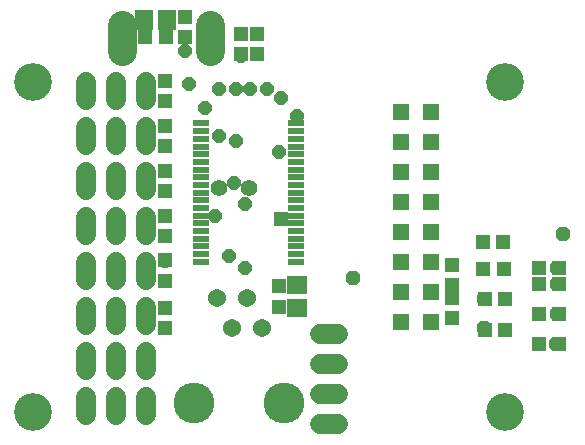
<source format=gbr>
G75*
G70*
%OFA0B0*%
%FSLAX24Y24*%
%IPPOS*%
%LPD*%
%AMOC8*
5,1,8,0,0,1.08239X$1,22.5*
%
%ADD10C,0.1261*%
%ADD11C,0.0605*%
%ADD12C,0.1360*%
%ADD13C,0.0680*%
%ADD14R,0.0505X0.0493*%
%ADD15R,0.0493X0.0505*%
%ADD16R,0.0513X0.0474*%
%ADD17R,0.0533X0.0198*%
%ADD18C,0.0966*%
%ADD19R,0.0592X0.0671*%
%ADD20R,0.0671X0.0592*%
%ADD21R,0.0560X0.0560*%
%ADD22R,0.0474X0.0513*%
%ADD23C,0.0560*%
%ADD24OC8,0.0434*%
%ADD25OC8,0.0474*%
%ADD26R,0.0474X0.0474*%
D10*
X001046Y003649D03*
X001046Y014672D03*
X016794Y014672D03*
X016794Y003649D03*
D11*
X008683Y006454D03*
X007683Y006454D03*
X007183Y007454D03*
X008183Y007454D03*
D12*
X009433Y003954D03*
X006433Y003954D03*
D13*
X002819Y004149D02*
X002819Y003549D01*
X003819Y003549D02*
X003819Y004149D01*
X003819Y005049D02*
X003819Y005649D01*
X004819Y005649D02*
X004819Y005049D01*
X004819Y004149D02*
X004819Y003549D01*
X002819Y005049D02*
X002819Y005649D01*
X002819Y006549D02*
X002819Y007149D01*
X002819Y008049D02*
X002819Y008649D01*
X002819Y009549D02*
X002819Y010149D01*
X002819Y011049D02*
X002819Y011649D01*
X002819Y012549D02*
X002819Y013149D01*
X002820Y014049D02*
X002820Y014649D01*
X003820Y014649D02*
X003820Y014049D01*
X003819Y013149D02*
X003819Y012549D01*
X004819Y012549D02*
X004819Y013149D01*
X004820Y014049D02*
X004820Y014649D01*
X004819Y011649D02*
X004819Y011049D01*
X004819Y010149D02*
X004819Y009549D01*
X003819Y009549D02*
X003819Y010149D01*
X003819Y011049D02*
X003819Y011649D01*
X003819Y008649D02*
X003819Y008049D01*
X003819Y007149D02*
X003819Y006549D01*
X004819Y006549D02*
X004819Y007149D01*
X004819Y008049D02*
X004819Y008649D01*
X010628Y006251D02*
X011228Y006251D01*
X011228Y005251D02*
X010628Y005251D01*
X010628Y004251D02*
X011228Y004251D01*
X011228Y003251D02*
X010628Y003251D01*
D14*
X009235Y007162D03*
X009235Y007851D03*
D15*
X005485Y016168D03*
X004796Y016168D03*
D16*
X006124Y016149D03*
X006124Y016818D03*
X007975Y016267D03*
X008526Y016267D03*
X008526Y015597D03*
X007975Y015597D03*
X005455Y014692D03*
X005455Y014023D03*
X005455Y013196D03*
X005455Y012526D03*
X005455Y011700D03*
X005455Y011030D03*
X005455Y010204D03*
X005455Y009534D03*
X005455Y008708D03*
X005455Y008038D03*
X005455Y007133D03*
X005455Y006463D03*
X015022Y006778D03*
X015022Y007448D03*
X015022Y007881D03*
X015022Y008550D03*
X017916Y008452D03*
X018585Y008452D03*
D17*
X009821Y008668D03*
X009821Y008924D03*
X009821Y009180D03*
X009821Y009436D03*
X009821Y009692D03*
X009821Y009948D03*
X009821Y010204D03*
X009821Y010460D03*
X009821Y010715D03*
X009821Y010971D03*
X009821Y011227D03*
X009821Y011483D03*
X009821Y011739D03*
X009821Y011995D03*
X009821Y012251D03*
X009821Y012507D03*
X009821Y012763D03*
X009821Y013019D03*
X009821Y013274D03*
X006652Y013274D03*
X006652Y013019D03*
X006652Y012763D03*
X006652Y012507D03*
X006652Y012251D03*
X006652Y011995D03*
X006652Y011739D03*
X006652Y011483D03*
X006652Y011227D03*
X006652Y010971D03*
X006652Y010715D03*
X006652Y010460D03*
X006652Y010204D03*
X006652Y009948D03*
X006652Y009692D03*
X006652Y009436D03*
X006652Y009180D03*
X006652Y008924D03*
X006652Y008668D03*
D18*
X006955Y015686D02*
X006955Y016572D01*
X004002Y016572D02*
X004002Y015686D01*
D19*
X004766Y016719D03*
X005514Y016719D03*
D20*
X009865Y007881D03*
X009865Y007133D03*
D21*
X013302Y006645D03*
X014302Y006645D03*
X014302Y007645D03*
X013302Y007645D03*
X013302Y008645D03*
X014302Y008645D03*
X014302Y009645D03*
X013302Y009645D03*
X013302Y010645D03*
X014302Y010645D03*
X014302Y011645D03*
X013302Y011645D03*
X013302Y012645D03*
X014302Y012645D03*
X014302Y013645D03*
X013302Y013645D03*
D22*
X016061Y009314D03*
X016731Y009314D03*
X016735Y008412D03*
X016065Y008412D03*
X016105Y007428D03*
X016774Y007428D03*
X016774Y006404D03*
X016105Y006404D03*
X017916Y005932D03*
X018585Y005932D03*
X018585Y006916D03*
X017916Y006916D03*
X017916Y007940D03*
X018585Y007940D03*
D23*
X008254Y011109D03*
X007254Y011109D03*
D24*
X007739Y011286D03*
X008132Y010578D03*
X007109Y010184D03*
X007581Y008845D03*
X008132Y008452D03*
X005455Y008688D03*
X005455Y007113D03*
X005455Y010184D03*
X007817Y012704D03*
X007266Y012861D03*
X006794Y013806D03*
X007266Y014436D03*
X007817Y014436D03*
X008290Y014436D03*
X008841Y014436D03*
X009313Y014121D03*
X009865Y013530D03*
X009235Y012310D03*
X006243Y014593D03*
X006124Y015696D03*
X005494Y016168D03*
X007975Y015538D03*
D25*
X011715Y008137D03*
X016046Y008412D03*
X016046Y009318D03*
X016085Y007428D03*
X016085Y006444D03*
X018487Y005932D03*
X018526Y006916D03*
X018526Y007940D03*
X018526Y008452D03*
X018723Y009593D03*
D26*
X009313Y010105D03*
M02*

</source>
